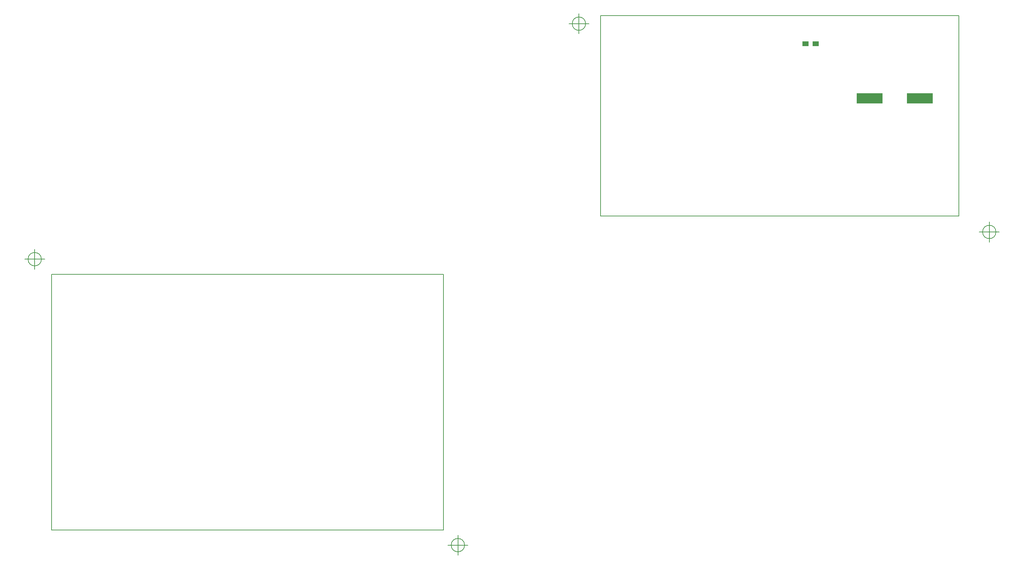
<source format=gbr>
%TF.GenerationSoftware,KiCad,Pcbnew,(5.1.9)-1*%
%TF.CreationDate,2021-04-11T15:54:41+02:00*%
%TF.ProjectId,bab_top,6261625f-746f-4702-9e6b-696361645f70,rev?*%
%TF.SameCoordinates,Original*%
%TF.FileFunction,Paste,Bot*%
%TF.FilePolarity,Positive*%
%FSLAX46Y46*%
G04 Gerber Fmt 4.6, Leading zero omitted, Abs format (unit mm)*
G04 Created by KiCad (PCBNEW (5.1.9)-1) date 2021-04-11 15:54:41*
%MOMM*%
%LPD*%
G01*
G04 APERTURE LIST*
%TA.AperFunction,Profile*%
%ADD10C,0.150000*%
%TD*%
%ADD11R,6.500000X2.500000*%
%ADD12R,1.500000X1.250000*%
G04 APERTURE END LIST*
D10*
X140866666Y-146200000D02*
G75*
G03*
X140866666Y-146200000I-1666666J0D01*
G01*
X136700000Y-146200000D02*
X141700000Y-146200000D01*
X139200000Y-143700000D02*
X139200000Y-148700000D01*
X35266666Y-74800000D02*
G75*
G03*
X35266666Y-74800000I-1666666J0D01*
G01*
X31100000Y-74800000D02*
X36100000Y-74800000D01*
X33600000Y-72300000D02*
X33600000Y-77300000D01*
X273466666Y-68000000D02*
G75*
G03*
X273466666Y-68000000I-1666666J0D01*
G01*
X269300000Y-68000000D02*
X274300000Y-68000000D01*
X271800000Y-65500000D02*
X271800000Y-70500000D01*
X171066666Y-16000000D02*
G75*
G03*
X171066666Y-16000000I-1666666J0D01*
G01*
X166900000Y-16000000D02*
X171900000Y-16000000D01*
X169400000Y-13500000D02*
X169400000Y-18500000D01*
X40200000Y-78600000D02*
X37800000Y-78600000D01*
X40200000Y-142400000D02*
X37800000Y-142400000D01*
X40200000Y-78600000D02*
X44400000Y-78600000D01*
X37800000Y-142400000D02*
X37800000Y-78600000D01*
X135600000Y-142400000D02*
X39800000Y-142400000D01*
X135600000Y-78600000D02*
X135600000Y-142400000D01*
X44000000Y-78600000D02*
X135600000Y-78600000D01*
X179800000Y-64000000D02*
X174800000Y-64000000D01*
X174800000Y-14000000D02*
X174800000Y-64000000D01*
X179800000Y-14000000D02*
X174800000Y-14000000D01*
X264200000Y-64000000D02*
X259200000Y-64000000D01*
X264200000Y-14000000D02*
X264200000Y-64000000D01*
X264200000Y-14000000D02*
X259200000Y-14000000D01*
X254200000Y-64000000D02*
X259200000Y-64000000D01*
X179800000Y-64000000D02*
X254200000Y-64000000D01*
X254200000Y-14000000D02*
X259200000Y-14000000D01*
X247200000Y-14000000D02*
X192000000Y-14000000D01*
X247200000Y-14000000D02*
X254200000Y-14000000D01*
X192000000Y-14000000D02*
X179800000Y-14000000D01*
D11*
%TO.C,C407*%
X241950000Y-34600000D03*
X254450000Y-34600000D03*
%TD*%
D12*
%TO.C,C409*%
X228450000Y-21000000D03*
X225950000Y-21000000D03*
%TD*%
M02*

</source>
